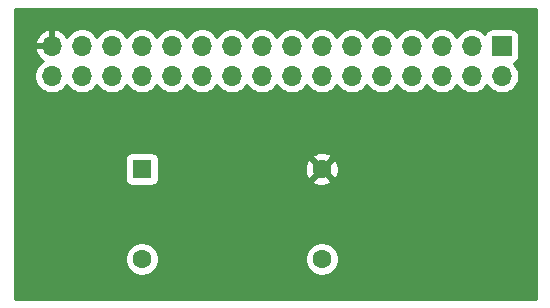
<source format=gbr>
%TF.GenerationSoftware,KiCad,Pcbnew,(5.1.6)-1*%
%TF.CreationDate,2021-02-24T14:20:05-05:00*%
%TF.ProjectId,Super EGA-120,53757065-7220-4454-9741-2d3132302e6b,rev?*%
%TF.SameCoordinates,Original*%
%TF.FileFunction,Copper,L2,Bot*%
%TF.FilePolarity,Positive*%
%FSLAX46Y46*%
G04 Gerber Fmt 4.6, Leading zero omitted, Abs format (unit mm)*
G04 Created by KiCad (PCBNEW (5.1.6)-1) date 2021-02-24 14:20:05*
%MOMM*%
%LPD*%
G01*
G04 APERTURE LIST*
%TA.AperFunction,ComponentPad*%
%ADD10O,1.700000X1.700000*%
%TD*%
%TA.AperFunction,ComponentPad*%
%ADD11R,1.700000X1.700000*%
%TD*%
%TA.AperFunction,ComponentPad*%
%ADD12R,1.600000X1.600000*%
%TD*%
%TA.AperFunction,ComponentPad*%
%ADD13C,1.600000*%
%TD*%
%TA.AperFunction,Conductor*%
%ADD14C,0.254000*%
%TD*%
G04 APERTURE END LIST*
D10*
%TO.P,J1,2*%
%TO.N,Net-(J1-Pad2)*%
X165862000Y-89662000D03*
D11*
%TO.P,J1,1*%
%TO.N,Net-(J1-Pad1)*%
X165862000Y-87122000D03*
D10*
%TO.P,J1,4*%
%TO.N,Net-(J1-Pad4)*%
X163322000Y-89662000D03*
%TO.P,J1,3*%
%TO.N,Net-(J1-Pad3)*%
X163322000Y-87122000D03*
%TO.P,J1,6*%
%TO.N,Net-(J1-Pad6)*%
X160782000Y-89662000D03*
%TO.P,J1,5*%
%TO.N,Net-(J1-Pad5)*%
X160782000Y-87122000D03*
%TO.P,J1,8*%
%TO.N,Net-(J1-Pad8)*%
X158242000Y-89662000D03*
%TO.P,J1,7*%
%TO.N,Net-(J1-Pad7)*%
X158242000Y-87122000D03*
%TO.P,J1,10*%
%TO.N,Net-(J1-Pad10)*%
X155702000Y-89662000D03*
%TO.P,J1,9*%
%TO.N,Net-(J1-Pad9)*%
X155702000Y-87122000D03*
%TO.P,J1,12*%
%TO.N,Net-(J1-Pad12)*%
X153162000Y-89662000D03*
%TO.P,J1,11*%
%TO.N,Net-(J1-Pad11)*%
X153162000Y-87122000D03*
%TO.P,J1,14*%
%TO.N,Net-(J1-Pad14)*%
X150622000Y-89662000D03*
%TO.P,J1,13*%
%TO.N,Net-(J1-Pad13)*%
X150622000Y-87122000D03*
%TO.P,J1,16*%
%TO.N,Net-(J1-Pad16)*%
X148082000Y-89662000D03*
%TO.P,J1,15*%
%TO.N,Net-(J1-Pad15)*%
X148082000Y-87122000D03*
%TO.P,J1,18*%
%TO.N,Net-(J1-Pad18)*%
X145542000Y-89662000D03*
%TO.P,J1,17*%
%TO.N,Net-(J1-Pad17)*%
X145542000Y-87122000D03*
%TO.P,J1,20*%
%TO.N,Net-(J1-Pad20)*%
X143002000Y-89662000D03*
%TO.P,J1,19*%
%TO.N,Net-(J1-Pad19)*%
X143002000Y-87122000D03*
%TO.P,J1,22*%
%TO.N,Net-(J1-Pad22)*%
X140462000Y-89662000D03*
%TO.P,J1,21*%
%TO.N,Net-(J1-Pad21)*%
X140462000Y-87122000D03*
%TO.P,J1,24*%
%TO.N,Net-(J1-Pad24)*%
X137922000Y-89662000D03*
%TO.P,J1,23*%
%TO.N,Net-(J1-Pad23)*%
X137922000Y-87122000D03*
%TO.P,J1,26*%
%TO.N,Net-(J1-Pad26)*%
X135382000Y-89662000D03*
%TO.P,J1,25*%
%TO.N,Net-(J1-Pad25)*%
X135382000Y-87122000D03*
%TO.P,J1,28*%
%TO.N,Net-(J1-Pad28)*%
X132842000Y-89662000D03*
%TO.P,J1,27*%
%TO.N,Net-(J1-Pad27)*%
X132842000Y-87122000D03*
%TO.P,J1,30*%
%TO.N,Net-(J1-Pad30)*%
X130302000Y-89662000D03*
%TO.P,J1,29*%
%TO.N,Net-(J1-Pad29)*%
X130302000Y-87122000D03*
%TO.P,J1,32*%
%TO.N,Net-(J1-Pad32)*%
X127762000Y-89662000D03*
%TO.P,J1,31*%
%TO.N,Net-(J1-Pad31)*%
X127762000Y-87122000D03*
%TD*%
D12*
%TO.P,X1,1*%
%TO.N,Net-(X1-Pad1)*%
X135382000Y-97536000D03*
D13*
%TO.P,X1,14*%
%TO.N,Net-(J1-Pad32)*%
X135382000Y-105156000D03*
%TO.P,X1,8*%
%TO.N,Net-(J1-Pad28)*%
X150622000Y-105156000D03*
%TO.P,X1,7*%
%TO.N,Net-(J1-Pad31)*%
X150622000Y-97536000D03*
%TD*%
D14*
%TO.N,Net-(J1-Pad31)*%
G36*
X168758001Y-108560000D02*
G01*
X124612000Y-108560000D01*
X124612000Y-105014665D01*
X133947000Y-105014665D01*
X133947000Y-105297335D01*
X134002147Y-105574574D01*
X134110320Y-105835727D01*
X134267363Y-106070759D01*
X134467241Y-106270637D01*
X134702273Y-106427680D01*
X134963426Y-106535853D01*
X135240665Y-106591000D01*
X135523335Y-106591000D01*
X135800574Y-106535853D01*
X136061727Y-106427680D01*
X136296759Y-106270637D01*
X136496637Y-106070759D01*
X136653680Y-105835727D01*
X136761853Y-105574574D01*
X136817000Y-105297335D01*
X136817000Y-105014665D01*
X149187000Y-105014665D01*
X149187000Y-105297335D01*
X149242147Y-105574574D01*
X149350320Y-105835727D01*
X149507363Y-106070759D01*
X149707241Y-106270637D01*
X149942273Y-106427680D01*
X150203426Y-106535853D01*
X150480665Y-106591000D01*
X150763335Y-106591000D01*
X151040574Y-106535853D01*
X151301727Y-106427680D01*
X151536759Y-106270637D01*
X151736637Y-106070759D01*
X151893680Y-105835727D01*
X152001853Y-105574574D01*
X152057000Y-105297335D01*
X152057000Y-105014665D01*
X152001853Y-104737426D01*
X151893680Y-104476273D01*
X151736637Y-104241241D01*
X151536759Y-104041363D01*
X151301727Y-103884320D01*
X151040574Y-103776147D01*
X150763335Y-103721000D01*
X150480665Y-103721000D01*
X150203426Y-103776147D01*
X149942273Y-103884320D01*
X149707241Y-104041363D01*
X149507363Y-104241241D01*
X149350320Y-104476273D01*
X149242147Y-104737426D01*
X149187000Y-105014665D01*
X136817000Y-105014665D01*
X136761853Y-104737426D01*
X136653680Y-104476273D01*
X136496637Y-104241241D01*
X136296759Y-104041363D01*
X136061727Y-103884320D01*
X135800574Y-103776147D01*
X135523335Y-103721000D01*
X135240665Y-103721000D01*
X134963426Y-103776147D01*
X134702273Y-103884320D01*
X134467241Y-104041363D01*
X134267363Y-104241241D01*
X134110320Y-104476273D01*
X134002147Y-104737426D01*
X133947000Y-105014665D01*
X124612000Y-105014665D01*
X124612000Y-96736000D01*
X133943928Y-96736000D01*
X133943928Y-98336000D01*
X133956188Y-98460482D01*
X133992498Y-98580180D01*
X134051463Y-98690494D01*
X134130815Y-98787185D01*
X134227506Y-98866537D01*
X134337820Y-98925502D01*
X134457518Y-98961812D01*
X134582000Y-98974072D01*
X136182000Y-98974072D01*
X136306482Y-98961812D01*
X136426180Y-98925502D01*
X136536494Y-98866537D01*
X136633185Y-98787185D01*
X136712537Y-98690494D01*
X136771502Y-98580180D01*
X136787117Y-98528702D01*
X149808903Y-98528702D01*
X149880486Y-98772671D01*
X150135996Y-98893571D01*
X150410184Y-98962300D01*
X150692512Y-98976217D01*
X150972130Y-98934787D01*
X151238292Y-98839603D01*
X151363514Y-98772671D01*
X151435097Y-98528702D01*
X150622000Y-97715605D01*
X149808903Y-98528702D01*
X136787117Y-98528702D01*
X136807812Y-98460482D01*
X136820072Y-98336000D01*
X136820072Y-97606512D01*
X149181783Y-97606512D01*
X149223213Y-97886130D01*
X149318397Y-98152292D01*
X149385329Y-98277514D01*
X149629298Y-98349097D01*
X150442395Y-97536000D01*
X150801605Y-97536000D01*
X151614702Y-98349097D01*
X151858671Y-98277514D01*
X151979571Y-98022004D01*
X152048300Y-97747816D01*
X152062217Y-97465488D01*
X152020787Y-97185870D01*
X151925603Y-96919708D01*
X151858671Y-96794486D01*
X151614702Y-96722903D01*
X150801605Y-97536000D01*
X150442395Y-97536000D01*
X149629298Y-96722903D01*
X149385329Y-96794486D01*
X149264429Y-97049996D01*
X149195700Y-97324184D01*
X149181783Y-97606512D01*
X136820072Y-97606512D01*
X136820072Y-96736000D01*
X136807812Y-96611518D01*
X136787118Y-96543298D01*
X149808903Y-96543298D01*
X150622000Y-97356395D01*
X151435097Y-96543298D01*
X151363514Y-96299329D01*
X151108004Y-96178429D01*
X150833816Y-96109700D01*
X150551488Y-96095783D01*
X150271870Y-96137213D01*
X150005708Y-96232397D01*
X149880486Y-96299329D01*
X149808903Y-96543298D01*
X136787118Y-96543298D01*
X136771502Y-96491820D01*
X136712537Y-96381506D01*
X136633185Y-96284815D01*
X136536494Y-96205463D01*
X136426180Y-96146498D01*
X136306482Y-96110188D01*
X136182000Y-96097928D01*
X134582000Y-96097928D01*
X134457518Y-96110188D01*
X134337820Y-96146498D01*
X134227506Y-96205463D01*
X134130815Y-96284815D01*
X134051463Y-96381506D01*
X133992498Y-96491820D01*
X133956188Y-96611518D01*
X133943928Y-96736000D01*
X124612000Y-96736000D01*
X124612000Y-89515740D01*
X126277000Y-89515740D01*
X126277000Y-89808260D01*
X126334068Y-90095158D01*
X126446010Y-90365411D01*
X126608525Y-90608632D01*
X126815368Y-90815475D01*
X127058589Y-90977990D01*
X127328842Y-91089932D01*
X127615740Y-91147000D01*
X127908260Y-91147000D01*
X128195158Y-91089932D01*
X128465411Y-90977990D01*
X128708632Y-90815475D01*
X128915475Y-90608632D01*
X129032000Y-90434240D01*
X129148525Y-90608632D01*
X129355368Y-90815475D01*
X129598589Y-90977990D01*
X129868842Y-91089932D01*
X130155740Y-91147000D01*
X130448260Y-91147000D01*
X130735158Y-91089932D01*
X131005411Y-90977990D01*
X131248632Y-90815475D01*
X131455475Y-90608632D01*
X131572000Y-90434240D01*
X131688525Y-90608632D01*
X131895368Y-90815475D01*
X132138589Y-90977990D01*
X132408842Y-91089932D01*
X132695740Y-91147000D01*
X132988260Y-91147000D01*
X133275158Y-91089932D01*
X133545411Y-90977990D01*
X133788632Y-90815475D01*
X133995475Y-90608632D01*
X134112000Y-90434240D01*
X134228525Y-90608632D01*
X134435368Y-90815475D01*
X134678589Y-90977990D01*
X134948842Y-91089932D01*
X135235740Y-91147000D01*
X135528260Y-91147000D01*
X135815158Y-91089932D01*
X136085411Y-90977990D01*
X136328632Y-90815475D01*
X136535475Y-90608632D01*
X136652000Y-90434240D01*
X136768525Y-90608632D01*
X136975368Y-90815475D01*
X137218589Y-90977990D01*
X137488842Y-91089932D01*
X137775740Y-91147000D01*
X138068260Y-91147000D01*
X138355158Y-91089932D01*
X138625411Y-90977990D01*
X138868632Y-90815475D01*
X139075475Y-90608632D01*
X139192000Y-90434240D01*
X139308525Y-90608632D01*
X139515368Y-90815475D01*
X139758589Y-90977990D01*
X140028842Y-91089932D01*
X140315740Y-91147000D01*
X140608260Y-91147000D01*
X140895158Y-91089932D01*
X141165411Y-90977990D01*
X141408632Y-90815475D01*
X141615475Y-90608632D01*
X141732000Y-90434240D01*
X141848525Y-90608632D01*
X142055368Y-90815475D01*
X142298589Y-90977990D01*
X142568842Y-91089932D01*
X142855740Y-91147000D01*
X143148260Y-91147000D01*
X143435158Y-91089932D01*
X143705411Y-90977990D01*
X143948632Y-90815475D01*
X144155475Y-90608632D01*
X144272000Y-90434240D01*
X144388525Y-90608632D01*
X144595368Y-90815475D01*
X144838589Y-90977990D01*
X145108842Y-91089932D01*
X145395740Y-91147000D01*
X145688260Y-91147000D01*
X145975158Y-91089932D01*
X146245411Y-90977990D01*
X146488632Y-90815475D01*
X146695475Y-90608632D01*
X146812000Y-90434240D01*
X146928525Y-90608632D01*
X147135368Y-90815475D01*
X147378589Y-90977990D01*
X147648842Y-91089932D01*
X147935740Y-91147000D01*
X148228260Y-91147000D01*
X148515158Y-91089932D01*
X148785411Y-90977990D01*
X149028632Y-90815475D01*
X149235475Y-90608632D01*
X149352000Y-90434240D01*
X149468525Y-90608632D01*
X149675368Y-90815475D01*
X149918589Y-90977990D01*
X150188842Y-91089932D01*
X150475740Y-91147000D01*
X150768260Y-91147000D01*
X151055158Y-91089932D01*
X151325411Y-90977990D01*
X151568632Y-90815475D01*
X151775475Y-90608632D01*
X151892000Y-90434240D01*
X152008525Y-90608632D01*
X152215368Y-90815475D01*
X152458589Y-90977990D01*
X152728842Y-91089932D01*
X153015740Y-91147000D01*
X153308260Y-91147000D01*
X153595158Y-91089932D01*
X153865411Y-90977990D01*
X154108632Y-90815475D01*
X154315475Y-90608632D01*
X154432000Y-90434240D01*
X154548525Y-90608632D01*
X154755368Y-90815475D01*
X154998589Y-90977990D01*
X155268842Y-91089932D01*
X155555740Y-91147000D01*
X155848260Y-91147000D01*
X156135158Y-91089932D01*
X156405411Y-90977990D01*
X156648632Y-90815475D01*
X156855475Y-90608632D01*
X156972000Y-90434240D01*
X157088525Y-90608632D01*
X157295368Y-90815475D01*
X157538589Y-90977990D01*
X157808842Y-91089932D01*
X158095740Y-91147000D01*
X158388260Y-91147000D01*
X158675158Y-91089932D01*
X158945411Y-90977990D01*
X159188632Y-90815475D01*
X159395475Y-90608632D01*
X159512000Y-90434240D01*
X159628525Y-90608632D01*
X159835368Y-90815475D01*
X160078589Y-90977990D01*
X160348842Y-91089932D01*
X160635740Y-91147000D01*
X160928260Y-91147000D01*
X161215158Y-91089932D01*
X161485411Y-90977990D01*
X161728632Y-90815475D01*
X161935475Y-90608632D01*
X162052000Y-90434240D01*
X162168525Y-90608632D01*
X162375368Y-90815475D01*
X162618589Y-90977990D01*
X162888842Y-91089932D01*
X163175740Y-91147000D01*
X163468260Y-91147000D01*
X163755158Y-91089932D01*
X164025411Y-90977990D01*
X164268632Y-90815475D01*
X164475475Y-90608632D01*
X164592000Y-90434240D01*
X164708525Y-90608632D01*
X164915368Y-90815475D01*
X165158589Y-90977990D01*
X165428842Y-91089932D01*
X165715740Y-91147000D01*
X166008260Y-91147000D01*
X166295158Y-91089932D01*
X166565411Y-90977990D01*
X166808632Y-90815475D01*
X167015475Y-90608632D01*
X167177990Y-90365411D01*
X167289932Y-90095158D01*
X167347000Y-89808260D01*
X167347000Y-89515740D01*
X167289932Y-89228842D01*
X167177990Y-88958589D01*
X167015475Y-88715368D01*
X166883620Y-88583513D01*
X166956180Y-88561502D01*
X167066494Y-88502537D01*
X167163185Y-88423185D01*
X167242537Y-88326494D01*
X167301502Y-88216180D01*
X167337812Y-88096482D01*
X167350072Y-87972000D01*
X167350072Y-86272000D01*
X167337812Y-86147518D01*
X167301502Y-86027820D01*
X167242537Y-85917506D01*
X167163185Y-85820815D01*
X167066494Y-85741463D01*
X166956180Y-85682498D01*
X166836482Y-85646188D01*
X166712000Y-85633928D01*
X165012000Y-85633928D01*
X164887518Y-85646188D01*
X164767820Y-85682498D01*
X164657506Y-85741463D01*
X164560815Y-85820815D01*
X164481463Y-85917506D01*
X164422498Y-86027820D01*
X164400487Y-86100380D01*
X164268632Y-85968525D01*
X164025411Y-85806010D01*
X163755158Y-85694068D01*
X163468260Y-85637000D01*
X163175740Y-85637000D01*
X162888842Y-85694068D01*
X162618589Y-85806010D01*
X162375368Y-85968525D01*
X162168525Y-86175368D01*
X162052000Y-86349760D01*
X161935475Y-86175368D01*
X161728632Y-85968525D01*
X161485411Y-85806010D01*
X161215158Y-85694068D01*
X160928260Y-85637000D01*
X160635740Y-85637000D01*
X160348842Y-85694068D01*
X160078589Y-85806010D01*
X159835368Y-85968525D01*
X159628525Y-86175368D01*
X159512000Y-86349760D01*
X159395475Y-86175368D01*
X159188632Y-85968525D01*
X158945411Y-85806010D01*
X158675158Y-85694068D01*
X158388260Y-85637000D01*
X158095740Y-85637000D01*
X157808842Y-85694068D01*
X157538589Y-85806010D01*
X157295368Y-85968525D01*
X157088525Y-86175368D01*
X156972000Y-86349760D01*
X156855475Y-86175368D01*
X156648632Y-85968525D01*
X156405411Y-85806010D01*
X156135158Y-85694068D01*
X155848260Y-85637000D01*
X155555740Y-85637000D01*
X155268842Y-85694068D01*
X154998589Y-85806010D01*
X154755368Y-85968525D01*
X154548525Y-86175368D01*
X154432000Y-86349760D01*
X154315475Y-86175368D01*
X154108632Y-85968525D01*
X153865411Y-85806010D01*
X153595158Y-85694068D01*
X153308260Y-85637000D01*
X153015740Y-85637000D01*
X152728842Y-85694068D01*
X152458589Y-85806010D01*
X152215368Y-85968525D01*
X152008525Y-86175368D01*
X151892000Y-86349760D01*
X151775475Y-86175368D01*
X151568632Y-85968525D01*
X151325411Y-85806010D01*
X151055158Y-85694068D01*
X150768260Y-85637000D01*
X150475740Y-85637000D01*
X150188842Y-85694068D01*
X149918589Y-85806010D01*
X149675368Y-85968525D01*
X149468525Y-86175368D01*
X149352000Y-86349760D01*
X149235475Y-86175368D01*
X149028632Y-85968525D01*
X148785411Y-85806010D01*
X148515158Y-85694068D01*
X148228260Y-85637000D01*
X147935740Y-85637000D01*
X147648842Y-85694068D01*
X147378589Y-85806010D01*
X147135368Y-85968525D01*
X146928525Y-86175368D01*
X146812000Y-86349760D01*
X146695475Y-86175368D01*
X146488632Y-85968525D01*
X146245411Y-85806010D01*
X145975158Y-85694068D01*
X145688260Y-85637000D01*
X145395740Y-85637000D01*
X145108842Y-85694068D01*
X144838589Y-85806010D01*
X144595368Y-85968525D01*
X144388525Y-86175368D01*
X144272000Y-86349760D01*
X144155475Y-86175368D01*
X143948632Y-85968525D01*
X143705411Y-85806010D01*
X143435158Y-85694068D01*
X143148260Y-85637000D01*
X142855740Y-85637000D01*
X142568842Y-85694068D01*
X142298589Y-85806010D01*
X142055368Y-85968525D01*
X141848525Y-86175368D01*
X141732000Y-86349760D01*
X141615475Y-86175368D01*
X141408632Y-85968525D01*
X141165411Y-85806010D01*
X140895158Y-85694068D01*
X140608260Y-85637000D01*
X140315740Y-85637000D01*
X140028842Y-85694068D01*
X139758589Y-85806010D01*
X139515368Y-85968525D01*
X139308525Y-86175368D01*
X139192000Y-86349760D01*
X139075475Y-86175368D01*
X138868632Y-85968525D01*
X138625411Y-85806010D01*
X138355158Y-85694068D01*
X138068260Y-85637000D01*
X137775740Y-85637000D01*
X137488842Y-85694068D01*
X137218589Y-85806010D01*
X136975368Y-85968525D01*
X136768525Y-86175368D01*
X136652000Y-86349760D01*
X136535475Y-86175368D01*
X136328632Y-85968525D01*
X136085411Y-85806010D01*
X135815158Y-85694068D01*
X135528260Y-85637000D01*
X135235740Y-85637000D01*
X134948842Y-85694068D01*
X134678589Y-85806010D01*
X134435368Y-85968525D01*
X134228525Y-86175368D01*
X134112000Y-86349760D01*
X133995475Y-86175368D01*
X133788632Y-85968525D01*
X133545411Y-85806010D01*
X133275158Y-85694068D01*
X132988260Y-85637000D01*
X132695740Y-85637000D01*
X132408842Y-85694068D01*
X132138589Y-85806010D01*
X131895368Y-85968525D01*
X131688525Y-86175368D01*
X131572000Y-86349760D01*
X131455475Y-86175368D01*
X131248632Y-85968525D01*
X131005411Y-85806010D01*
X130735158Y-85694068D01*
X130448260Y-85637000D01*
X130155740Y-85637000D01*
X129868842Y-85694068D01*
X129598589Y-85806010D01*
X129355368Y-85968525D01*
X129148525Y-86175368D01*
X129026805Y-86357534D01*
X128957178Y-86240645D01*
X128762269Y-86024412D01*
X128528920Y-85850359D01*
X128266099Y-85725175D01*
X128118890Y-85680524D01*
X127889000Y-85801845D01*
X127889000Y-86995000D01*
X127909000Y-86995000D01*
X127909000Y-87249000D01*
X127889000Y-87249000D01*
X127889000Y-87269000D01*
X127635000Y-87269000D01*
X127635000Y-87249000D01*
X126441186Y-87249000D01*
X126320519Y-87478891D01*
X126417843Y-87753252D01*
X126566822Y-88003355D01*
X126761731Y-88219588D01*
X126991406Y-88390900D01*
X126815368Y-88508525D01*
X126608525Y-88715368D01*
X126446010Y-88958589D01*
X126334068Y-89228842D01*
X126277000Y-89515740D01*
X124612000Y-89515740D01*
X124612000Y-86765109D01*
X126320519Y-86765109D01*
X126441186Y-86995000D01*
X127635000Y-86995000D01*
X127635000Y-85801845D01*
X127405110Y-85680524D01*
X127257901Y-85725175D01*
X126995080Y-85850359D01*
X126761731Y-86024412D01*
X126566822Y-86240645D01*
X126417843Y-86490748D01*
X126320519Y-86765109D01*
X124612000Y-86765109D01*
X124612000Y-83972000D01*
X168758000Y-83972000D01*
X168758001Y-108560000D01*
G37*
X168758001Y-108560000D02*
X124612000Y-108560000D01*
X124612000Y-105014665D01*
X133947000Y-105014665D01*
X133947000Y-105297335D01*
X134002147Y-105574574D01*
X134110320Y-105835727D01*
X134267363Y-106070759D01*
X134467241Y-106270637D01*
X134702273Y-106427680D01*
X134963426Y-106535853D01*
X135240665Y-106591000D01*
X135523335Y-106591000D01*
X135800574Y-106535853D01*
X136061727Y-106427680D01*
X136296759Y-106270637D01*
X136496637Y-106070759D01*
X136653680Y-105835727D01*
X136761853Y-105574574D01*
X136817000Y-105297335D01*
X136817000Y-105014665D01*
X149187000Y-105014665D01*
X149187000Y-105297335D01*
X149242147Y-105574574D01*
X149350320Y-105835727D01*
X149507363Y-106070759D01*
X149707241Y-106270637D01*
X149942273Y-106427680D01*
X150203426Y-106535853D01*
X150480665Y-106591000D01*
X150763335Y-106591000D01*
X151040574Y-106535853D01*
X151301727Y-106427680D01*
X151536759Y-106270637D01*
X151736637Y-106070759D01*
X151893680Y-105835727D01*
X152001853Y-105574574D01*
X152057000Y-105297335D01*
X152057000Y-105014665D01*
X152001853Y-104737426D01*
X151893680Y-104476273D01*
X151736637Y-104241241D01*
X151536759Y-104041363D01*
X151301727Y-103884320D01*
X151040574Y-103776147D01*
X150763335Y-103721000D01*
X150480665Y-103721000D01*
X150203426Y-103776147D01*
X149942273Y-103884320D01*
X149707241Y-104041363D01*
X149507363Y-104241241D01*
X149350320Y-104476273D01*
X149242147Y-104737426D01*
X149187000Y-105014665D01*
X136817000Y-105014665D01*
X136761853Y-104737426D01*
X136653680Y-104476273D01*
X136496637Y-104241241D01*
X136296759Y-104041363D01*
X136061727Y-103884320D01*
X135800574Y-103776147D01*
X135523335Y-103721000D01*
X135240665Y-103721000D01*
X134963426Y-103776147D01*
X134702273Y-103884320D01*
X134467241Y-104041363D01*
X134267363Y-104241241D01*
X134110320Y-104476273D01*
X134002147Y-104737426D01*
X133947000Y-105014665D01*
X124612000Y-105014665D01*
X124612000Y-96736000D01*
X133943928Y-96736000D01*
X133943928Y-98336000D01*
X133956188Y-98460482D01*
X133992498Y-98580180D01*
X134051463Y-98690494D01*
X134130815Y-98787185D01*
X134227506Y-98866537D01*
X134337820Y-98925502D01*
X134457518Y-98961812D01*
X134582000Y-98974072D01*
X136182000Y-98974072D01*
X136306482Y-98961812D01*
X136426180Y-98925502D01*
X136536494Y-98866537D01*
X136633185Y-98787185D01*
X136712537Y-98690494D01*
X136771502Y-98580180D01*
X136787117Y-98528702D01*
X149808903Y-98528702D01*
X149880486Y-98772671D01*
X150135996Y-98893571D01*
X150410184Y-98962300D01*
X150692512Y-98976217D01*
X150972130Y-98934787D01*
X151238292Y-98839603D01*
X151363514Y-98772671D01*
X151435097Y-98528702D01*
X150622000Y-97715605D01*
X149808903Y-98528702D01*
X136787117Y-98528702D01*
X136807812Y-98460482D01*
X136820072Y-98336000D01*
X136820072Y-97606512D01*
X149181783Y-97606512D01*
X149223213Y-97886130D01*
X149318397Y-98152292D01*
X149385329Y-98277514D01*
X149629298Y-98349097D01*
X150442395Y-97536000D01*
X150801605Y-97536000D01*
X151614702Y-98349097D01*
X151858671Y-98277514D01*
X151979571Y-98022004D01*
X152048300Y-97747816D01*
X152062217Y-97465488D01*
X152020787Y-97185870D01*
X151925603Y-96919708D01*
X151858671Y-96794486D01*
X151614702Y-96722903D01*
X150801605Y-97536000D01*
X150442395Y-97536000D01*
X149629298Y-96722903D01*
X149385329Y-96794486D01*
X149264429Y-97049996D01*
X149195700Y-97324184D01*
X149181783Y-97606512D01*
X136820072Y-97606512D01*
X136820072Y-96736000D01*
X136807812Y-96611518D01*
X136787118Y-96543298D01*
X149808903Y-96543298D01*
X150622000Y-97356395D01*
X151435097Y-96543298D01*
X151363514Y-96299329D01*
X151108004Y-96178429D01*
X150833816Y-96109700D01*
X150551488Y-96095783D01*
X150271870Y-96137213D01*
X150005708Y-96232397D01*
X149880486Y-96299329D01*
X149808903Y-96543298D01*
X136787118Y-96543298D01*
X136771502Y-96491820D01*
X136712537Y-96381506D01*
X136633185Y-96284815D01*
X136536494Y-96205463D01*
X136426180Y-96146498D01*
X136306482Y-96110188D01*
X136182000Y-96097928D01*
X134582000Y-96097928D01*
X134457518Y-96110188D01*
X134337820Y-96146498D01*
X134227506Y-96205463D01*
X134130815Y-96284815D01*
X134051463Y-96381506D01*
X133992498Y-96491820D01*
X133956188Y-96611518D01*
X133943928Y-96736000D01*
X124612000Y-96736000D01*
X124612000Y-89515740D01*
X126277000Y-89515740D01*
X126277000Y-89808260D01*
X126334068Y-90095158D01*
X126446010Y-90365411D01*
X126608525Y-90608632D01*
X126815368Y-90815475D01*
X127058589Y-90977990D01*
X127328842Y-91089932D01*
X127615740Y-91147000D01*
X127908260Y-91147000D01*
X128195158Y-91089932D01*
X128465411Y-90977990D01*
X128708632Y-90815475D01*
X128915475Y-90608632D01*
X129032000Y-90434240D01*
X129148525Y-90608632D01*
X129355368Y-90815475D01*
X129598589Y-90977990D01*
X129868842Y-91089932D01*
X130155740Y-91147000D01*
X130448260Y-91147000D01*
X130735158Y-91089932D01*
X131005411Y-90977990D01*
X131248632Y-90815475D01*
X131455475Y-90608632D01*
X131572000Y-90434240D01*
X131688525Y-90608632D01*
X131895368Y-90815475D01*
X132138589Y-90977990D01*
X132408842Y-91089932D01*
X132695740Y-91147000D01*
X132988260Y-91147000D01*
X133275158Y-91089932D01*
X133545411Y-90977990D01*
X133788632Y-90815475D01*
X133995475Y-90608632D01*
X134112000Y-90434240D01*
X134228525Y-90608632D01*
X134435368Y-90815475D01*
X134678589Y-90977990D01*
X134948842Y-91089932D01*
X135235740Y-91147000D01*
X135528260Y-91147000D01*
X135815158Y-91089932D01*
X136085411Y-90977990D01*
X136328632Y-90815475D01*
X136535475Y-90608632D01*
X136652000Y-90434240D01*
X136768525Y-90608632D01*
X136975368Y-90815475D01*
X137218589Y-90977990D01*
X137488842Y-91089932D01*
X137775740Y-91147000D01*
X138068260Y-91147000D01*
X138355158Y-91089932D01*
X138625411Y-90977990D01*
X138868632Y-90815475D01*
X139075475Y-90608632D01*
X139192000Y-90434240D01*
X139308525Y-90608632D01*
X139515368Y-90815475D01*
X139758589Y-90977990D01*
X140028842Y-91089932D01*
X140315740Y-91147000D01*
X140608260Y-91147000D01*
X140895158Y-91089932D01*
X141165411Y-90977990D01*
X141408632Y-90815475D01*
X141615475Y-90608632D01*
X141732000Y-90434240D01*
X141848525Y-90608632D01*
X142055368Y-90815475D01*
X142298589Y-90977990D01*
X142568842Y-91089932D01*
X142855740Y-91147000D01*
X143148260Y-91147000D01*
X143435158Y-91089932D01*
X143705411Y-90977990D01*
X143948632Y-90815475D01*
X144155475Y-90608632D01*
X144272000Y-90434240D01*
X144388525Y-90608632D01*
X144595368Y-90815475D01*
X144838589Y-90977990D01*
X145108842Y-91089932D01*
X145395740Y-91147000D01*
X145688260Y-91147000D01*
X145975158Y-91089932D01*
X146245411Y-90977990D01*
X146488632Y-90815475D01*
X146695475Y-90608632D01*
X146812000Y-90434240D01*
X146928525Y-90608632D01*
X147135368Y-90815475D01*
X147378589Y-90977990D01*
X147648842Y-91089932D01*
X147935740Y-91147000D01*
X148228260Y-91147000D01*
X148515158Y-91089932D01*
X148785411Y-90977990D01*
X149028632Y-90815475D01*
X149235475Y-90608632D01*
X149352000Y-90434240D01*
X149468525Y-90608632D01*
X149675368Y-90815475D01*
X149918589Y-90977990D01*
X150188842Y-91089932D01*
X150475740Y-91147000D01*
X150768260Y-91147000D01*
X151055158Y-91089932D01*
X151325411Y-90977990D01*
X151568632Y-90815475D01*
X151775475Y-90608632D01*
X151892000Y-90434240D01*
X152008525Y-90608632D01*
X152215368Y-90815475D01*
X152458589Y-90977990D01*
X152728842Y-91089932D01*
X153015740Y-91147000D01*
X153308260Y-91147000D01*
X153595158Y-91089932D01*
X153865411Y-90977990D01*
X154108632Y-90815475D01*
X154315475Y-90608632D01*
X154432000Y-90434240D01*
X154548525Y-90608632D01*
X154755368Y-90815475D01*
X154998589Y-90977990D01*
X155268842Y-91089932D01*
X155555740Y-91147000D01*
X155848260Y-91147000D01*
X156135158Y-91089932D01*
X156405411Y-90977990D01*
X156648632Y-90815475D01*
X156855475Y-90608632D01*
X156972000Y-90434240D01*
X157088525Y-90608632D01*
X157295368Y-90815475D01*
X157538589Y-90977990D01*
X157808842Y-91089932D01*
X158095740Y-91147000D01*
X158388260Y-91147000D01*
X158675158Y-91089932D01*
X158945411Y-90977990D01*
X159188632Y-90815475D01*
X159395475Y-90608632D01*
X159512000Y-90434240D01*
X159628525Y-90608632D01*
X159835368Y-90815475D01*
X160078589Y-90977990D01*
X160348842Y-91089932D01*
X160635740Y-91147000D01*
X160928260Y-91147000D01*
X161215158Y-91089932D01*
X161485411Y-90977990D01*
X161728632Y-90815475D01*
X161935475Y-90608632D01*
X162052000Y-90434240D01*
X162168525Y-90608632D01*
X162375368Y-90815475D01*
X162618589Y-90977990D01*
X162888842Y-91089932D01*
X163175740Y-91147000D01*
X163468260Y-91147000D01*
X163755158Y-91089932D01*
X164025411Y-90977990D01*
X164268632Y-90815475D01*
X164475475Y-90608632D01*
X164592000Y-90434240D01*
X164708525Y-90608632D01*
X164915368Y-90815475D01*
X165158589Y-90977990D01*
X165428842Y-91089932D01*
X165715740Y-91147000D01*
X166008260Y-91147000D01*
X166295158Y-91089932D01*
X166565411Y-90977990D01*
X166808632Y-90815475D01*
X167015475Y-90608632D01*
X167177990Y-90365411D01*
X167289932Y-90095158D01*
X167347000Y-89808260D01*
X167347000Y-89515740D01*
X167289932Y-89228842D01*
X167177990Y-88958589D01*
X167015475Y-88715368D01*
X166883620Y-88583513D01*
X166956180Y-88561502D01*
X167066494Y-88502537D01*
X167163185Y-88423185D01*
X167242537Y-88326494D01*
X167301502Y-88216180D01*
X167337812Y-88096482D01*
X167350072Y-87972000D01*
X167350072Y-86272000D01*
X167337812Y-86147518D01*
X167301502Y-86027820D01*
X167242537Y-85917506D01*
X167163185Y-85820815D01*
X167066494Y-85741463D01*
X166956180Y-85682498D01*
X166836482Y-85646188D01*
X166712000Y-85633928D01*
X165012000Y-85633928D01*
X164887518Y-85646188D01*
X164767820Y-85682498D01*
X164657506Y-85741463D01*
X164560815Y-85820815D01*
X164481463Y-85917506D01*
X164422498Y-86027820D01*
X164400487Y-86100380D01*
X164268632Y-85968525D01*
X164025411Y-85806010D01*
X163755158Y-85694068D01*
X163468260Y-85637000D01*
X163175740Y-85637000D01*
X162888842Y-85694068D01*
X162618589Y-85806010D01*
X162375368Y-85968525D01*
X162168525Y-86175368D01*
X162052000Y-86349760D01*
X161935475Y-86175368D01*
X161728632Y-85968525D01*
X161485411Y-85806010D01*
X161215158Y-85694068D01*
X160928260Y-85637000D01*
X160635740Y-85637000D01*
X160348842Y-85694068D01*
X160078589Y-85806010D01*
X159835368Y-85968525D01*
X159628525Y-86175368D01*
X159512000Y-86349760D01*
X159395475Y-86175368D01*
X159188632Y-85968525D01*
X158945411Y-85806010D01*
X158675158Y-85694068D01*
X158388260Y-85637000D01*
X158095740Y-85637000D01*
X157808842Y-85694068D01*
X157538589Y-85806010D01*
X157295368Y-85968525D01*
X157088525Y-86175368D01*
X156972000Y-86349760D01*
X156855475Y-86175368D01*
X156648632Y-85968525D01*
X156405411Y-85806010D01*
X156135158Y-85694068D01*
X155848260Y-85637000D01*
X155555740Y-85637000D01*
X155268842Y-85694068D01*
X154998589Y-85806010D01*
X154755368Y-85968525D01*
X154548525Y-86175368D01*
X154432000Y-86349760D01*
X154315475Y-86175368D01*
X154108632Y-85968525D01*
X153865411Y-85806010D01*
X153595158Y-85694068D01*
X153308260Y-85637000D01*
X153015740Y-85637000D01*
X152728842Y-85694068D01*
X152458589Y-85806010D01*
X152215368Y-85968525D01*
X152008525Y-86175368D01*
X151892000Y-86349760D01*
X151775475Y-86175368D01*
X151568632Y-85968525D01*
X151325411Y-85806010D01*
X151055158Y-85694068D01*
X150768260Y-85637000D01*
X150475740Y-85637000D01*
X150188842Y-85694068D01*
X149918589Y-85806010D01*
X149675368Y-85968525D01*
X149468525Y-86175368D01*
X149352000Y-86349760D01*
X149235475Y-86175368D01*
X149028632Y-85968525D01*
X148785411Y-85806010D01*
X148515158Y-85694068D01*
X148228260Y-85637000D01*
X147935740Y-85637000D01*
X147648842Y-85694068D01*
X147378589Y-85806010D01*
X147135368Y-85968525D01*
X146928525Y-86175368D01*
X146812000Y-86349760D01*
X146695475Y-86175368D01*
X146488632Y-85968525D01*
X146245411Y-85806010D01*
X145975158Y-85694068D01*
X145688260Y-85637000D01*
X145395740Y-85637000D01*
X145108842Y-85694068D01*
X144838589Y-85806010D01*
X144595368Y-85968525D01*
X144388525Y-86175368D01*
X144272000Y-86349760D01*
X144155475Y-86175368D01*
X143948632Y-85968525D01*
X143705411Y-85806010D01*
X143435158Y-85694068D01*
X143148260Y-85637000D01*
X142855740Y-85637000D01*
X142568842Y-85694068D01*
X142298589Y-85806010D01*
X142055368Y-85968525D01*
X141848525Y-86175368D01*
X141732000Y-86349760D01*
X141615475Y-86175368D01*
X141408632Y-85968525D01*
X141165411Y-85806010D01*
X140895158Y-85694068D01*
X140608260Y-85637000D01*
X140315740Y-85637000D01*
X140028842Y-85694068D01*
X139758589Y-85806010D01*
X139515368Y-85968525D01*
X139308525Y-86175368D01*
X139192000Y-86349760D01*
X139075475Y-86175368D01*
X138868632Y-85968525D01*
X138625411Y-85806010D01*
X138355158Y-85694068D01*
X138068260Y-85637000D01*
X137775740Y-85637000D01*
X137488842Y-85694068D01*
X137218589Y-85806010D01*
X136975368Y-85968525D01*
X136768525Y-86175368D01*
X136652000Y-86349760D01*
X136535475Y-86175368D01*
X136328632Y-85968525D01*
X136085411Y-85806010D01*
X135815158Y-85694068D01*
X135528260Y-85637000D01*
X135235740Y-85637000D01*
X134948842Y-85694068D01*
X134678589Y-85806010D01*
X134435368Y-85968525D01*
X134228525Y-86175368D01*
X134112000Y-86349760D01*
X133995475Y-86175368D01*
X133788632Y-85968525D01*
X133545411Y-85806010D01*
X133275158Y-85694068D01*
X132988260Y-85637000D01*
X132695740Y-85637000D01*
X132408842Y-85694068D01*
X132138589Y-85806010D01*
X131895368Y-85968525D01*
X131688525Y-86175368D01*
X131572000Y-86349760D01*
X131455475Y-86175368D01*
X131248632Y-85968525D01*
X131005411Y-85806010D01*
X130735158Y-85694068D01*
X130448260Y-85637000D01*
X130155740Y-85637000D01*
X129868842Y-85694068D01*
X129598589Y-85806010D01*
X129355368Y-85968525D01*
X129148525Y-86175368D01*
X129026805Y-86357534D01*
X128957178Y-86240645D01*
X128762269Y-86024412D01*
X128528920Y-85850359D01*
X128266099Y-85725175D01*
X128118890Y-85680524D01*
X127889000Y-85801845D01*
X127889000Y-86995000D01*
X127909000Y-86995000D01*
X127909000Y-87249000D01*
X127889000Y-87249000D01*
X127889000Y-87269000D01*
X127635000Y-87269000D01*
X127635000Y-87249000D01*
X126441186Y-87249000D01*
X126320519Y-87478891D01*
X126417843Y-87753252D01*
X126566822Y-88003355D01*
X126761731Y-88219588D01*
X126991406Y-88390900D01*
X126815368Y-88508525D01*
X126608525Y-88715368D01*
X126446010Y-88958589D01*
X126334068Y-89228842D01*
X126277000Y-89515740D01*
X124612000Y-89515740D01*
X124612000Y-86765109D01*
X126320519Y-86765109D01*
X126441186Y-86995000D01*
X127635000Y-86995000D01*
X127635000Y-85801845D01*
X127405110Y-85680524D01*
X127257901Y-85725175D01*
X126995080Y-85850359D01*
X126761731Y-86024412D01*
X126566822Y-86240645D01*
X126417843Y-86490748D01*
X126320519Y-86765109D01*
X124612000Y-86765109D01*
X124612000Y-83972000D01*
X168758000Y-83972000D01*
X168758001Y-108560000D01*
%TD*%
M02*

</source>
